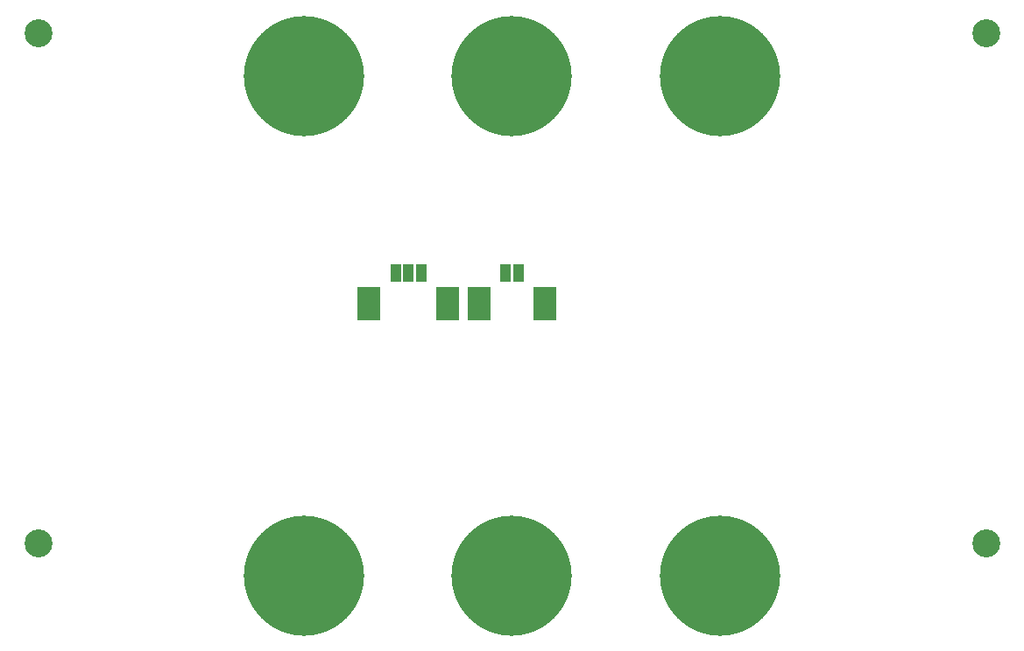
<source format=gbs>
G04 Layer_Color=16711935*
%FSLAX25Y25*%
%MOIN*%
G70*
G01*
G75*
%ADD34C,0.45800*%
%ADD35C,0.10642*%
%ADD36R,0.09068X0.12611*%
%ADD37R,0.03950X0.07099*%
D34*
X82117Y87500D02*
D03*
X161317D02*
D03*
X240517D02*
D03*
X82117Y277850D02*
D03*
X161317D02*
D03*
X240517D02*
D03*
D35*
X-18898Y294094D02*
D03*
Y99606D02*
D03*
X341732Y294094D02*
D03*
Y99606D02*
D03*
D36*
X173917Y191142D02*
D03*
X148917Y191142D02*
D03*
X106996Y191143D02*
D03*
X136917D02*
D03*
D37*
X158957Y202559D02*
D03*
X163878D02*
D03*
X126878Y202561D02*
D03*
X121957D02*
D03*
X117035D02*
D03*
M02*

</source>
